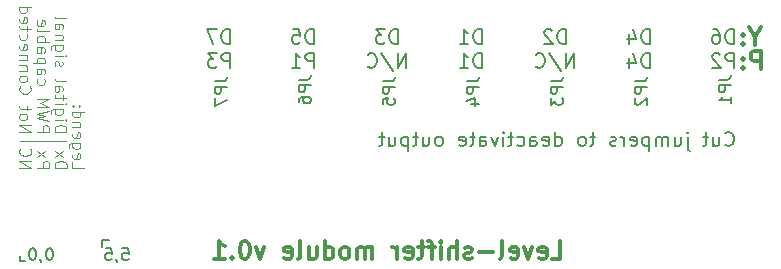
<source format=gbo>
G04 #@! TF.FileFunction,Legend,Bot*
%FSLAX46Y46*%
G04 Gerber Fmt 4.6, Leading zero omitted, Abs format (unit mm)*
G04 Created by KiCad (PCBNEW 4.0.1-stable) date 2016-06-29 05:17:59*
%MOMM*%
G01*
G04 APERTURE LIST*
%ADD10C,0.100000*%
%ADD11C,0.300000*%
%ADD12C,0.200000*%
%ADD13C,0.150000*%
G04 APERTURE END LIST*
D10*
D11*
X45721856Y-28920571D02*
X46436142Y-28920571D01*
X46436142Y-27420571D01*
X44650428Y-28849143D02*
X44793285Y-28920571D01*
X45078999Y-28920571D01*
X45221856Y-28849143D01*
X45293285Y-28706286D01*
X45293285Y-28134857D01*
X45221856Y-27992000D01*
X45078999Y-27920571D01*
X44793285Y-27920571D01*
X44650428Y-27992000D01*
X44578999Y-28134857D01*
X44578999Y-28277714D01*
X45293285Y-28420571D01*
X44078999Y-27920571D02*
X43721856Y-28920571D01*
X43364714Y-27920571D01*
X42221857Y-28849143D02*
X42364714Y-28920571D01*
X42650428Y-28920571D01*
X42793285Y-28849143D01*
X42864714Y-28706286D01*
X42864714Y-28134857D01*
X42793285Y-27992000D01*
X42650428Y-27920571D01*
X42364714Y-27920571D01*
X42221857Y-27992000D01*
X42150428Y-28134857D01*
X42150428Y-28277714D01*
X42864714Y-28420571D01*
X41293285Y-28920571D02*
X41436143Y-28849143D01*
X41507571Y-28706286D01*
X41507571Y-27420571D01*
X40721857Y-28349143D02*
X39579000Y-28349143D01*
X38936143Y-28849143D02*
X38793286Y-28920571D01*
X38507571Y-28920571D01*
X38364714Y-28849143D01*
X38293286Y-28706286D01*
X38293286Y-28634857D01*
X38364714Y-28492000D01*
X38507571Y-28420571D01*
X38721857Y-28420571D01*
X38864714Y-28349143D01*
X38936143Y-28206286D01*
X38936143Y-28134857D01*
X38864714Y-27992000D01*
X38721857Y-27920571D01*
X38507571Y-27920571D01*
X38364714Y-27992000D01*
X37650428Y-28920571D02*
X37650428Y-27420571D01*
X37007571Y-28920571D02*
X37007571Y-28134857D01*
X37079000Y-27992000D01*
X37221857Y-27920571D01*
X37436142Y-27920571D01*
X37579000Y-27992000D01*
X37650428Y-28063429D01*
X36293285Y-28920571D02*
X36293285Y-27920571D01*
X36293285Y-27420571D02*
X36364714Y-27492000D01*
X36293285Y-27563429D01*
X36221857Y-27492000D01*
X36293285Y-27420571D01*
X36293285Y-27563429D01*
X35793285Y-27920571D02*
X35221856Y-27920571D01*
X35578999Y-28920571D02*
X35578999Y-27634857D01*
X35507571Y-27492000D01*
X35364713Y-27420571D01*
X35221856Y-27420571D01*
X34936142Y-27920571D02*
X34364713Y-27920571D01*
X34721856Y-27420571D02*
X34721856Y-28706286D01*
X34650428Y-28849143D01*
X34507570Y-28920571D01*
X34364713Y-28920571D01*
X33293285Y-28849143D02*
X33436142Y-28920571D01*
X33721856Y-28920571D01*
X33864713Y-28849143D01*
X33936142Y-28706286D01*
X33936142Y-28134857D01*
X33864713Y-27992000D01*
X33721856Y-27920571D01*
X33436142Y-27920571D01*
X33293285Y-27992000D01*
X33221856Y-28134857D01*
X33221856Y-28277714D01*
X33936142Y-28420571D01*
X32578999Y-28920571D02*
X32578999Y-27920571D01*
X32578999Y-28206286D02*
X32507571Y-28063429D01*
X32436142Y-27992000D01*
X32293285Y-27920571D01*
X32150428Y-27920571D01*
X30507571Y-28920571D02*
X30507571Y-27920571D01*
X30507571Y-28063429D02*
X30436143Y-27992000D01*
X30293285Y-27920571D01*
X30079000Y-27920571D01*
X29936143Y-27992000D01*
X29864714Y-28134857D01*
X29864714Y-28920571D01*
X29864714Y-28134857D02*
X29793285Y-27992000D01*
X29650428Y-27920571D01*
X29436143Y-27920571D01*
X29293285Y-27992000D01*
X29221857Y-28134857D01*
X29221857Y-28920571D01*
X28293285Y-28920571D02*
X28436143Y-28849143D01*
X28507571Y-28777714D01*
X28579000Y-28634857D01*
X28579000Y-28206286D01*
X28507571Y-28063429D01*
X28436143Y-27992000D01*
X28293285Y-27920571D01*
X28079000Y-27920571D01*
X27936143Y-27992000D01*
X27864714Y-28063429D01*
X27793285Y-28206286D01*
X27793285Y-28634857D01*
X27864714Y-28777714D01*
X27936143Y-28849143D01*
X28079000Y-28920571D01*
X28293285Y-28920571D01*
X26507571Y-28920571D02*
X26507571Y-27420571D01*
X26507571Y-28849143D02*
X26650428Y-28920571D01*
X26936142Y-28920571D01*
X27079000Y-28849143D01*
X27150428Y-28777714D01*
X27221857Y-28634857D01*
X27221857Y-28206286D01*
X27150428Y-28063429D01*
X27079000Y-27992000D01*
X26936142Y-27920571D01*
X26650428Y-27920571D01*
X26507571Y-27992000D01*
X25150428Y-27920571D02*
X25150428Y-28920571D01*
X25793285Y-27920571D02*
X25793285Y-28706286D01*
X25721857Y-28849143D01*
X25578999Y-28920571D01*
X25364714Y-28920571D01*
X25221857Y-28849143D01*
X25150428Y-28777714D01*
X24221856Y-28920571D02*
X24364714Y-28849143D01*
X24436142Y-28706286D01*
X24436142Y-27420571D01*
X23079000Y-28849143D02*
X23221857Y-28920571D01*
X23507571Y-28920571D01*
X23650428Y-28849143D01*
X23721857Y-28706286D01*
X23721857Y-28134857D01*
X23650428Y-27992000D01*
X23507571Y-27920571D01*
X23221857Y-27920571D01*
X23079000Y-27992000D01*
X23007571Y-28134857D01*
X23007571Y-28277714D01*
X23721857Y-28420571D01*
X21364714Y-27920571D02*
X21007571Y-28920571D01*
X20650429Y-27920571D01*
X19793286Y-27420571D02*
X19650429Y-27420571D01*
X19507572Y-27492000D01*
X19436143Y-27563429D01*
X19364714Y-27706286D01*
X19293286Y-27992000D01*
X19293286Y-28349143D01*
X19364714Y-28634857D01*
X19436143Y-28777714D01*
X19507572Y-28849143D01*
X19650429Y-28920571D01*
X19793286Y-28920571D01*
X19936143Y-28849143D01*
X20007572Y-28777714D01*
X20079000Y-28634857D01*
X20150429Y-28349143D01*
X20150429Y-27992000D01*
X20079000Y-27706286D01*
X20007572Y-27563429D01*
X19936143Y-27492000D01*
X19793286Y-27420571D01*
X18650429Y-28777714D02*
X18579001Y-28849143D01*
X18650429Y-28920571D01*
X18721858Y-28849143D01*
X18650429Y-28777714D01*
X18650429Y-28920571D01*
X17150429Y-28920571D02*
X18007572Y-28920571D01*
X17579000Y-28920571D02*
X17579000Y-27420571D01*
X17721857Y-27634857D01*
X17864715Y-27777714D01*
X18007572Y-27849143D01*
D12*
X60408569Y-19272571D02*
X60465712Y-19329714D01*
X60637141Y-19386857D01*
X60751427Y-19386857D01*
X60922855Y-19329714D01*
X61037141Y-19215429D01*
X61094284Y-19101143D01*
X61151427Y-18872571D01*
X61151427Y-18701143D01*
X61094284Y-18472571D01*
X61037141Y-18358286D01*
X60922855Y-18244000D01*
X60751427Y-18186857D01*
X60637141Y-18186857D01*
X60465712Y-18244000D01*
X60408569Y-18301143D01*
X59379998Y-18586857D02*
X59379998Y-19386857D01*
X59894284Y-18586857D02*
X59894284Y-19215429D01*
X59837141Y-19329714D01*
X59722855Y-19386857D01*
X59551427Y-19386857D01*
X59437141Y-19329714D01*
X59379998Y-19272571D01*
X58979998Y-18586857D02*
X58522855Y-18586857D01*
X58808570Y-18186857D02*
X58808570Y-19215429D01*
X58751427Y-19329714D01*
X58637141Y-19386857D01*
X58522855Y-19386857D01*
X57208570Y-18586857D02*
X57208570Y-19615429D01*
X57265713Y-19729714D01*
X57379998Y-19786857D01*
X57437141Y-19786857D01*
X57208570Y-18186857D02*
X57265713Y-18244000D01*
X57208570Y-18301143D01*
X57151427Y-18244000D01*
X57208570Y-18186857D01*
X57208570Y-18301143D01*
X56122855Y-18586857D02*
X56122855Y-19386857D01*
X56637141Y-18586857D02*
X56637141Y-19215429D01*
X56579998Y-19329714D01*
X56465712Y-19386857D01*
X56294284Y-19386857D01*
X56179998Y-19329714D01*
X56122855Y-19272571D01*
X55551427Y-19386857D02*
X55551427Y-18586857D01*
X55551427Y-18701143D02*
X55494284Y-18644000D01*
X55379998Y-18586857D01*
X55208570Y-18586857D01*
X55094284Y-18644000D01*
X55037141Y-18758286D01*
X55037141Y-19386857D01*
X55037141Y-18758286D02*
X54979998Y-18644000D01*
X54865712Y-18586857D01*
X54694284Y-18586857D01*
X54579998Y-18644000D01*
X54522855Y-18758286D01*
X54522855Y-19386857D01*
X53951427Y-18586857D02*
X53951427Y-19786857D01*
X53951427Y-18644000D02*
X53837141Y-18586857D01*
X53608570Y-18586857D01*
X53494284Y-18644000D01*
X53437141Y-18701143D01*
X53379998Y-18815429D01*
X53379998Y-19158286D01*
X53437141Y-19272571D01*
X53494284Y-19329714D01*
X53608570Y-19386857D01*
X53837141Y-19386857D01*
X53951427Y-19329714D01*
X52408570Y-19329714D02*
X52522856Y-19386857D01*
X52751427Y-19386857D01*
X52865713Y-19329714D01*
X52922856Y-19215429D01*
X52922856Y-18758286D01*
X52865713Y-18644000D01*
X52751427Y-18586857D01*
X52522856Y-18586857D01*
X52408570Y-18644000D01*
X52351427Y-18758286D01*
X52351427Y-18872571D01*
X52922856Y-18986857D01*
X51837142Y-19386857D02*
X51837142Y-18586857D01*
X51837142Y-18815429D02*
X51779999Y-18701143D01*
X51722856Y-18644000D01*
X51608570Y-18586857D01*
X51494285Y-18586857D01*
X51151428Y-19329714D02*
X51037142Y-19386857D01*
X50808570Y-19386857D01*
X50694285Y-19329714D01*
X50637142Y-19215429D01*
X50637142Y-19158286D01*
X50694285Y-19044000D01*
X50808570Y-18986857D01*
X50979999Y-18986857D01*
X51094285Y-18929714D01*
X51151428Y-18815429D01*
X51151428Y-18758286D01*
X51094285Y-18644000D01*
X50979999Y-18586857D01*
X50808570Y-18586857D01*
X50694285Y-18644000D01*
X49379998Y-18586857D02*
X48922855Y-18586857D01*
X49208570Y-18186857D02*
X49208570Y-19215429D01*
X49151427Y-19329714D01*
X49037141Y-19386857D01*
X48922855Y-19386857D01*
X48351427Y-19386857D02*
X48465713Y-19329714D01*
X48522856Y-19272571D01*
X48579999Y-19158286D01*
X48579999Y-18815429D01*
X48522856Y-18701143D01*
X48465713Y-18644000D01*
X48351427Y-18586857D01*
X48179999Y-18586857D01*
X48065713Y-18644000D01*
X48008570Y-18701143D01*
X47951427Y-18815429D01*
X47951427Y-19158286D01*
X48008570Y-19272571D01*
X48065713Y-19329714D01*
X48179999Y-19386857D01*
X48351427Y-19386857D01*
X46008570Y-19386857D02*
X46008570Y-18186857D01*
X46008570Y-19329714D02*
X46122856Y-19386857D01*
X46351427Y-19386857D01*
X46465713Y-19329714D01*
X46522856Y-19272571D01*
X46579999Y-19158286D01*
X46579999Y-18815429D01*
X46522856Y-18701143D01*
X46465713Y-18644000D01*
X46351427Y-18586857D01*
X46122856Y-18586857D01*
X46008570Y-18644000D01*
X44979999Y-19329714D02*
X45094285Y-19386857D01*
X45322856Y-19386857D01*
X45437142Y-19329714D01*
X45494285Y-19215429D01*
X45494285Y-18758286D01*
X45437142Y-18644000D01*
X45322856Y-18586857D01*
X45094285Y-18586857D01*
X44979999Y-18644000D01*
X44922856Y-18758286D01*
X44922856Y-18872571D01*
X45494285Y-18986857D01*
X43894285Y-19386857D02*
X43894285Y-18758286D01*
X43951428Y-18644000D01*
X44065714Y-18586857D01*
X44294285Y-18586857D01*
X44408571Y-18644000D01*
X43894285Y-19329714D02*
X44008571Y-19386857D01*
X44294285Y-19386857D01*
X44408571Y-19329714D01*
X44465714Y-19215429D01*
X44465714Y-19101143D01*
X44408571Y-18986857D01*
X44294285Y-18929714D01*
X44008571Y-18929714D01*
X43894285Y-18872571D01*
X42808571Y-19329714D02*
X42922857Y-19386857D01*
X43151428Y-19386857D01*
X43265714Y-19329714D01*
X43322857Y-19272571D01*
X43380000Y-19158286D01*
X43380000Y-18815429D01*
X43322857Y-18701143D01*
X43265714Y-18644000D01*
X43151428Y-18586857D01*
X42922857Y-18586857D01*
X42808571Y-18644000D01*
X42465714Y-18586857D02*
X42008571Y-18586857D01*
X42294286Y-18186857D02*
X42294286Y-19215429D01*
X42237143Y-19329714D01*
X42122857Y-19386857D01*
X42008571Y-19386857D01*
X41608572Y-19386857D02*
X41608572Y-18586857D01*
X41608572Y-18186857D02*
X41665715Y-18244000D01*
X41608572Y-18301143D01*
X41551429Y-18244000D01*
X41608572Y-18186857D01*
X41608572Y-18301143D01*
X41151428Y-18586857D02*
X40865714Y-19386857D01*
X40580000Y-18586857D01*
X39608571Y-19386857D02*
X39608571Y-18758286D01*
X39665714Y-18644000D01*
X39780000Y-18586857D01*
X40008571Y-18586857D01*
X40122857Y-18644000D01*
X39608571Y-19329714D02*
X39722857Y-19386857D01*
X40008571Y-19386857D01*
X40122857Y-19329714D01*
X40180000Y-19215429D01*
X40180000Y-19101143D01*
X40122857Y-18986857D01*
X40008571Y-18929714D01*
X39722857Y-18929714D01*
X39608571Y-18872571D01*
X39208571Y-18586857D02*
X38751428Y-18586857D01*
X39037143Y-18186857D02*
X39037143Y-19215429D01*
X38980000Y-19329714D01*
X38865714Y-19386857D01*
X38751428Y-19386857D01*
X37894286Y-19329714D02*
X38008572Y-19386857D01*
X38237143Y-19386857D01*
X38351429Y-19329714D01*
X38408572Y-19215429D01*
X38408572Y-18758286D01*
X38351429Y-18644000D01*
X38237143Y-18586857D01*
X38008572Y-18586857D01*
X37894286Y-18644000D01*
X37837143Y-18758286D01*
X37837143Y-18872571D01*
X38408572Y-18986857D01*
X36237143Y-19386857D02*
X36351429Y-19329714D01*
X36408572Y-19272571D01*
X36465715Y-19158286D01*
X36465715Y-18815429D01*
X36408572Y-18701143D01*
X36351429Y-18644000D01*
X36237143Y-18586857D01*
X36065715Y-18586857D01*
X35951429Y-18644000D01*
X35894286Y-18701143D01*
X35837143Y-18815429D01*
X35837143Y-19158286D01*
X35894286Y-19272571D01*
X35951429Y-19329714D01*
X36065715Y-19386857D01*
X36237143Y-19386857D01*
X34808572Y-18586857D02*
X34808572Y-19386857D01*
X35322858Y-18586857D02*
X35322858Y-19215429D01*
X35265715Y-19329714D01*
X35151429Y-19386857D01*
X34980001Y-19386857D01*
X34865715Y-19329714D01*
X34808572Y-19272571D01*
X34408572Y-18586857D02*
X33951429Y-18586857D01*
X34237144Y-18186857D02*
X34237144Y-19215429D01*
X34180001Y-19329714D01*
X34065715Y-19386857D01*
X33951429Y-19386857D01*
X33551430Y-18586857D02*
X33551430Y-19786857D01*
X33551430Y-18644000D02*
X33437144Y-18586857D01*
X33208573Y-18586857D01*
X33094287Y-18644000D01*
X33037144Y-18701143D01*
X32980001Y-18815429D01*
X32980001Y-19158286D01*
X33037144Y-19272571D01*
X33094287Y-19329714D01*
X33208573Y-19386857D01*
X33437144Y-19386857D01*
X33551430Y-19329714D01*
X31951430Y-18586857D02*
X31951430Y-19386857D01*
X32465716Y-18586857D02*
X32465716Y-19215429D01*
X32408573Y-19329714D01*
X32294287Y-19386857D01*
X32122859Y-19386857D01*
X32008573Y-19329714D01*
X31951430Y-19272571D01*
X31551430Y-18586857D02*
X31094287Y-18586857D01*
X31380002Y-18186857D02*
X31380002Y-19215429D01*
X31322859Y-19329714D01*
X31208573Y-19386857D01*
X31094287Y-19386857D01*
X7620000Y-27305000D02*
X8255000Y-27305000D01*
X7620000Y-27940000D02*
X7620000Y-27305000D01*
X7620000Y-27305000D02*
X7620000Y-27940000D01*
D10*
X5132619Y-20748714D02*
X5132619Y-21224905D01*
X6132619Y-21224905D01*
X5180238Y-20034428D02*
X5132619Y-20129666D01*
X5132619Y-20320143D01*
X5180238Y-20415381D01*
X5275476Y-20463000D01*
X5656429Y-20463000D01*
X5751667Y-20415381D01*
X5799286Y-20320143D01*
X5799286Y-20129666D01*
X5751667Y-20034428D01*
X5656429Y-19986809D01*
X5561190Y-19986809D01*
X5465952Y-20463000D01*
X5799286Y-19129666D02*
X4989762Y-19129666D01*
X4894524Y-19177285D01*
X4846905Y-19224904D01*
X4799286Y-19320143D01*
X4799286Y-19463000D01*
X4846905Y-19558238D01*
X5180238Y-19129666D02*
X5132619Y-19224904D01*
X5132619Y-19415381D01*
X5180238Y-19510619D01*
X5227857Y-19558238D01*
X5323095Y-19605857D01*
X5608810Y-19605857D01*
X5704048Y-19558238D01*
X5751667Y-19510619D01*
X5799286Y-19415381D01*
X5799286Y-19224904D01*
X5751667Y-19129666D01*
X5180238Y-18272523D02*
X5132619Y-18367761D01*
X5132619Y-18558238D01*
X5180238Y-18653476D01*
X5275476Y-18701095D01*
X5656429Y-18701095D01*
X5751667Y-18653476D01*
X5799286Y-18558238D01*
X5799286Y-18367761D01*
X5751667Y-18272523D01*
X5656429Y-18224904D01*
X5561190Y-18224904D01*
X5465952Y-18701095D01*
X5799286Y-17796333D02*
X5132619Y-17796333D01*
X5704048Y-17796333D02*
X5751667Y-17748714D01*
X5799286Y-17653476D01*
X5799286Y-17510618D01*
X5751667Y-17415380D01*
X5656429Y-17367761D01*
X5132619Y-17367761D01*
X5132619Y-16462999D02*
X6132619Y-16462999D01*
X5180238Y-16462999D02*
X5132619Y-16558237D01*
X5132619Y-16748714D01*
X5180238Y-16843952D01*
X5227857Y-16891571D01*
X5323095Y-16939190D01*
X5608810Y-16939190D01*
X5704048Y-16891571D01*
X5751667Y-16843952D01*
X5799286Y-16748714D01*
X5799286Y-16558237D01*
X5751667Y-16462999D01*
X5227857Y-15986809D02*
X5180238Y-15939190D01*
X5132619Y-15986809D01*
X5180238Y-16034428D01*
X5227857Y-15986809D01*
X5132619Y-15986809D01*
X5751667Y-15986809D02*
X5704048Y-15939190D01*
X5656429Y-15986809D01*
X5704048Y-16034428D01*
X5751667Y-15986809D01*
X5656429Y-15986809D01*
X3632619Y-21224905D02*
X4632619Y-21224905D01*
X4632619Y-20986810D01*
X4585000Y-20843952D01*
X4489762Y-20748714D01*
X4394524Y-20701095D01*
X4204048Y-20653476D01*
X4061190Y-20653476D01*
X3870714Y-20701095D01*
X3775476Y-20748714D01*
X3680238Y-20843952D01*
X3632619Y-20986810D01*
X3632619Y-21224905D01*
X3632619Y-20320143D02*
X4299286Y-19796333D01*
X4299286Y-20320143D02*
X3632619Y-19796333D01*
X2132619Y-21224905D02*
X3132619Y-21224905D01*
X3132619Y-20843952D01*
X3085000Y-20748714D01*
X3037381Y-20701095D01*
X2942143Y-20653476D01*
X2799286Y-20653476D01*
X2704048Y-20701095D01*
X2656429Y-20748714D01*
X2608810Y-20843952D01*
X2608810Y-21224905D01*
X2132619Y-20320143D02*
X2799286Y-19796333D01*
X2799286Y-20320143D02*
X2132619Y-19796333D01*
X632619Y-21224905D02*
X1632619Y-21224905D01*
X632619Y-20653476D01*
X1632619Y-20653476D01*
X727857Y-19605857D02*
X680238Y-19653476D01*
X632619Y-19796333D01*
X632619Y-19891571D01*
X680238Y-20034429D01*
X775476Y-20129667D01*
X870714Y-20177286D01*
X1061190Y-20224905D01*
X1204048Y-20224905D01*
X1394524Y-20177286D01*
X1489762Y-20129667D01*
X1585000Y-20034429D01*
X1632619Y-19891571D01*
X1632619Y-19796333D01*
X1585000Y-19653476D01*
X1537381Y-19605857D01*
D11*
X63404143Y-12870571D02*
X63404143Y-11370571D01*
X62832715Y-11370571D01*
X62689857Y-11442000D01*
X62618429Y-11513429D01*
X62547000Y-11656286D01*
X62547000Y-11870571D01*
X62618429Y-12013429D01*
X62689857Y-12084857D01*
X62832715Y-12156286D01*
X63404143Y-12156286D01*
X61904143Y-12727714D02*
X61832715Y-12799143D01*
X61904143Y-12870571D01*
X61975572Y-12799143D01*
X61904143Y-12727714D01*
X61904143Y-12870571D01*
X61904143Y-11942000D02*
X61832715Y-12013429D01*
X61904143Y-12084857D01*
X61975572Y-12013429D01*
X61904143Y-11942000D01*
X61904143Y-12084857D01*
D10*
X3620619Y-18176905D02*
X4620619Y-18176905D01*
X4620619Y-17938810D01*
X4573000Y-17795952D01*
X4477762Y-17700714D01*
X4382524Y-17653095D01*
X4192048Y-17605476D01*
X4049190Y-17605476D01*
X3858714Y-17653095D01*
X3763476Y-17700714D01*
X3668238Y-17795952D01*
X3620619Y-17938810D01*
X3620619Y-18176905D01*
X3620619Y-17176905D02*
X4287286Y-17176905D01*
X4620619Y-17176905D02*
X4573000Y-17224524D01*
X4525381Y-17176905D01*
X4573000Y-17129286D01*
X4620619Y-17176905D01*
X4525381Y-17176905D01*
X4287286Y-16272143D02*
X3477762Y-16272143D01*
X3382524Y-16319762D01*
X3334905Y-16367381D01*
X3287286Y-16462620D01*
X3287286Y-16605477D01*
X3334905Y-16700715D01*
X3668238Y-16272143D02*
X3620619Y-16367381D01*
X3620619Y-16557858D01*
X3668238Y-16653096D01*
X3715857Y-16700715D01*
X3811095Y-16748334D01*
X4096810Y-16748334D01*
X4192048Y-16700715D01*
X4239667Y-16653096D01*
X4287286Y-16557858D01*
X4287286Y-16367381D01*
X4239667Y-16272143D01*
X3620619Y-15795953D02*
X4287286Y-15795953D01*
X4620619Y-15795953D02*
X4573000Y-15843572D01*
X4525381Y-15795953D01*
X4573000Y-15748334D01*
X4620619Y-15795953D01*
X4525381Y-15795953D01*
X4287286Y-15462620D02*
X4287286Y-15081668D01*
X4620619Y-15319763D02*
X3763476Y-15319763D01*
X3668238Y-15272144D01*
X3620619Y-15176906D01*
X3620619Y-15081668D01*
X3620619Y-14319762D02*
X4144429Y-14319762D01*
X4239667Y-14367381D01*
X4287286Y-14462619D01*
X4287286Y-14653096D01*
X4239667Y-14748334D01*
X3668238Y-14319762D02*
X3620619Y-14415000D01*
X3620619Y-14653096D01*
X3668238Y-14748334D01*
X3763476Y-14795953D01*
X3858714Y-14795953D01*
X3953952Y-14748334D01*
X4001571Y-14653096D01*
X4001571Y-14415000D01*
X4049190Y-14319762D01*
X3620619Y-13700715D02*
X3668238Y-13795953D01*
X3763476Y-13843572D01*
X4620619Y-13843572D01*
X3668238Y-12605476D02*
X3620619Y-12510238D01*
X3620619Y-12319762D01*
X3668238Y-12224523D01*
X3763476Y-12176904D01*
X3811095Y-12176904D01*
X3906333Y-12224523D01*
X3953952Y-12319762D01*
X3953952Y-12462619D01*
X4001571Y-12557857D01*
X4096810Y-12605476D01*
X4144429Y-12605476D01*
X4239667Y-12557857D01*
X4287286Y-12462619D01*
X4287286Y-12319762D01*
X4239667Y-12224523D01*
X3620619Y-11748333D02*
X4287286Y-11748333D01*
X4620619Y-11748333D02*
X4573000Y-11795952D01*
X4525381Y-11748333D01*
X4573000Y-11700714D01*
X4620619Y-11748333D01*
X4525381Y-11748333D01*
X4287286Y-10843571D02*
X3477762Y-10843571D01*
X3382524Y-10891190D01*
X3334905Y-10938809D01*
X3287286Y-11034048D01*
X3287286Y-11176905D01*
X3334905Y-11272143D01*
X3668238Y-10843571D02*
X3620619Y-10938809D01*
X3620619Y-11129286D01*
X3668238Y-11224524D01*
X3715857Y-11272143D01*
X3811095Y-11319762D01*
X4096810Y-11319762D01*
X4192048Y-11272143D01*
X4239667Y-11224524D01*
X4287286Y-11129286D01*
X4287286Y-10938809D01*
X4239667Y-10843571D01*
X4287286Y-10367381D02*
X3620619Y-10367381D01*
X4192048Y-10367381D02*
X4239667Y-10319762D01*
X4287286Y-10224524D01*
X4287286Y-10081666D01*
X4239667Y-9986428D01*
X4144429Y-9938809D01*
X3620619Y-9938809D01*
X3620619Y-9034047D02*
X4144429Y-9034047D01*
X4239667Y-9081666D01*
X4287286Y-9176904D01*
X4287286Y-9367381D01*
X4239667Y-9462619D01*
X3668238Y-9034047D02*
X3620619Y-9129285D01*
X3620619Y-9367381D01*
X3668238Y-9462619D01*
X3763476Y-9510238D01*
X3858714Y-9510238D01*
X3953952Y-9462619D01*
X4001571Y-9367381D01*
X4001571Y-9129285D01*
X4049190Y-9034047D01*
X3620619Y-8415000D02*
X3668238Y-8510238D01*
X3763476Y-8557857D01*
X4620619Y-8557857D01*
X2120619Y-18176905D02*
X3120619Y-18176905D01*
X3120619Y-17795952D01*
X3073000Y-17700714D01*
X3025381Y-17653095D01*
X2930143Y-17605476D01*
X2787286Y-17605476D01*
X2692048Y-17653095D01*
X2644429Y-17700714D01*
X2596810Y-17795952D01*
X2596810Y-18176905D01*
X3120619Y-17272143D02*
X2120619Y-17034048D01*
X2834905Y-16843571D01*
X2120619Y-16653095D01*
X3120619Y-16415000D01*
X2120619Y-16034048D02*
X3120619Y-16034048D01*
X2406333Y-15700714D01*
X3120619Y-15367381D01*
X2120619Y-15367381D01*
X2168238Y-13700714D02*
X2120619Y-13795952D01*
X2120619Y-13986429D01*
X2168238Y-14081667D01*
X2215857Y-14129286D01*
X2311095Y-14176905D01*
X2596810Y-14176905D01*
X2692048Y-14129286D01*
X2739667Y-14081667D01*
X2787286Y-13986429D01*
X2787286Y-13795952D01*
X2739667Y-13700714D01*
X2120619Y-12843571D02*
X2644429Y-12843571D01*
X2739667Y-12891190D01*
X2787286Y-12986428D01*
X2787286Y-13176905D01*
X2739667Y-13272143D01*
X2168238Y-12843571D02*
X2120619Y-12938809D01*
X2120619Y-13176905D01*
X2168238Y-13272143D01*
X2263476Y-13319762D01*
X2358714Y-13319762D01*
X2453952Y-13272143D01*
X2501571Y-13176905D01*
X2501571Y-12938809D01*
X2549190Y-12843571D01*
X2787286Y-12367381D02*
X1787286Y-12367381D01*
X2739667Y-12367381D02*
X2787286Y-12272143D01*
X2787286Y-12081666D01*
X2739667Y-11986428D01*
X2692048Y-11938809D01*
X2596810Y-11891190D01*
X2311095Y-11891190D01*
X2215857Y-11938809D01*
X2168238Y-11986428D01*
X2120619Y-12081666D01*
X2120619Y-12272143D01*
X2168238Y-12367381D01*
X2120619Y-11034047D02*
X2644429Y-11034047D01*
X2739667Y-11081666D01*
X2787286Y-11176904D01*
X2787286Y-11367381D01*
X2739667Y-11462619D01*
X2168238Y-11034047D02*
X2120619Y-11129285D01*
X2120619Y-11367381D01*
X2168238Y-11462619D01*
X2263476Y-11510238D01*
X2358714Y-11510238D01*
X2453952Y-11462619D01*
X2501571Y-11367381D01*
X2501571Y-11129285D01*
X2549190Y-11034047D01*
X2120619Y-10557857D02*
X3120619Y-10557857D01*
X2739667Y-10557857D02*
X2787286Y-10462619D01*
X2787286Y-10272142D01*
X2739667Y-10176904D01*
X2692048Y-10129285D01*
X2596810Y-10081666D01*
X2311095Y-10081666D01*
X2215857Y-10129285D01*
X2168238Y-10176904D01*
X2120619Y-10272142D01*
X2120619Y-10462619D01*
X2168238Y-10557857D01*
X2120619Y-9510238D02*
X2168238Y-9605476D01*
X2263476Y-9653095D01*
X3120619Y-9653095D01*
X2168238Y-8748332D02*
X2120619Y-8843570D01*
X2120619Y-9034047D01*
X2168238Y-9129285D01*
X2263476Y-9176904D01*
X2644429Y-9176904D01*
X2739667Y-9129285D01*
X2787286Y-9034047D01*
X2787286Y-8843570D01*
X2739667Y-8748332D01*
X2644429Y-8700713D01*
X2549190Y-8700713D01*
X2453952Y-9176904D01*
X620619Y-18176905D02*
X1620619Y-18176905D01*
X620619Y-17605476D01*
X1620619Y-17605476D01*
X620619Y-16986429D02*
X668238Y-17081667D01*
X715857Y-17129286D01*
X811095Y-17176905D01*
X1096810Y-17176905D01*
X1192048Y-17129286D01*
X1239667Y-17081667D01*
X1287286Y-16986429D01*
X1287286Y-16843571D01*
X1239667Y-16748333D01*
X1192048Y-16700714D01*
X1096810Y-16653095D01*
X811095Y-16653095D01*
X715857Y-16700714D01*
X668238Y-16748333D01*
X620619Y-16843571D01*
X620619Y-16986429D01*
X1287286Y-16367381D02*
X1287286Y-15986429D01*
X1620619Y-16224524D02*
X763476Y-16224524D01*
X668238Y-16176905D01*
X620619Y-16081667D01*
X620619Y-15986429D01*
X715857Y-14319761D02*
X668238Y-14367380D01*
X620619Y-14510237D01*
X620619Y-14605475D01*
X668238Y-14748333D01*
X763476Y-14843571D01*
X858714Y-14891190D01*
X1049190Y-14938809D01*
X1192048Y-14938809D01*
X1382524Y-14891190D01*
X1477762Y-14843571D01*
X1573000Y-14748333D01*
X1620619Y-14605475D01*
X1620619Y-14510237D01*
X1573000Y-14367380D01*
X1525381Y-14319761D01*
X620619Y-13748333D02*
X668238Y-13843571D01*
X715857Y-13891190D01*
X811095Y-13938809D01*
X1096810Y-13938809D01*
X1192048Y-13891190D01*
X1239667Y-13843571D01*
X1287286Y-13748333D01*
X1287286Y-13605475D01*
X1239667Y-13510237D01*
X1192048Y-13462618D01*
X1096810Y-13414999D01*
X811095Y-13414999D01*
X715857Y-13462618D01*
X668238Y-13510237D01*
X620619Y-13605475D01*
X620619Y-13748333D01*
X1287286Y-12986428D02*
X620619Y-12986428D01*
X1192048Y-12986428D02*
X1239667Y-12938809D01*
X1287286Y-12843571D01*
X1287286Y-12700713D01*
X1239667Y-12605475D01*
X1144429Y-12557856D01*
X620619Y-12557856D01*
X1287286Y-12081666D02*
X620619Y-12081666D01*
X1192048Y-12081666D02*
X1239667Y-12034047D01*
X1287286Y-11938809D01*
X1287286Y-11795951D01*
X1239667Y-11700713D01*
X1144429Y-11653094D01*
X620619Y-11653094D01*
X668238Y-10795951D02*
X620619Y-10891189D01*
X620619Y-11081666D01*
X668238Y-11176904D01*
X763476Y-11224523D01*
X1144429Y-11224523D01*
X1239667Y-11176904D01*
X1287286Y-11081666D01*
X1287286Y-10891189D01*
X1239667Y-10795951D01*
X1144429Y-10748332D01*
X1049190Y-10748332D01*
X953952Y-11224523D01*
X668238Y-9891189D02*
X620619Y-9986427D01*
X620619Y-10176904D01*
X668238Y-10272142D01*
X715857Y-10319761D01*
X811095Y-10367380D01*
X1096810Y-10367380D01*
X1192048Y-10319761D01*
X1239667Y-10272142D01*
X1287286Y-10176904D01*
X1287286Y-9986427D01*
X1239667Y-9891189D01*
X1287286Y-9605475D02*
X1287286Y-9224523D01*
X1620619Y-9462618D02*
X763476Y-9462618D01*
X668238Y-9414999D01*
X620619Y-9319761D01*
X620619Y-9224523D01*
X668238Y-8510236D02*
X620619Y-8605474D01*
X620619Y-8795951D01*
X668238Y-8891189D01*
X763476Y-8938808D01*
X1144429Y-8938808D01*
X1239667Y-8891189D01*
X1287286Y-8795951D01*
X1287286Y-8605474D01*
X1239667Y-8510236D01*
X1144429Y-8462617D01*
X1049190Y-8462617D01*
X953952Y-8938808D01*
X620619Y-7605474D02*
X1620619Y-7605474D01*
X668238Y-7605474D02*
X620619Y-7700712D01*
X620619Y-7891189D01*
X668238Y-7986427D01*
X715857Y-8034046D01*
X811095Y-8081665D01*
X1096810Y-8081665D01*
X1192048Y-8034046D01*
X1239667Y-7986427D01*
X1287286Y-7891189D01*
X1287286Y-7700712D01*
X1239667Y-7605474D01*
X660400Y-18923000D02*
X4546600Y-18923000D01*
D12*
X18427214Y-12734857D02*
X18427214Y-11534857D01*
X17970071Y-11534857D01*
X17855785Y-11592000D01*
X17798642Y-11649143D01*
X17741499Y-11763429D01*
X17741499Y-11934857D01*
X17798642Y-12049143D01*
X17855785Y-12106286D01*
X17970071Y-12163429D01*
X18427214Y-12163429D01*
X17341499Y-11534857D02*
X16598642Y-11534857D01*
X16998642Y-11992000D01*
X16827214Y-11992000D01*
X16712928Y-12049143D01*
X16655785Y-12106286D01*
X16598642Y-12220571D01*
X16598642Y-12506286D01*
X16655785Y-12620571D01*
X16712928Y-12677714D01*
X16827214Y-12734857D01*
X17170071Y-12734857D01*
X17284357Y-12677714D01*
X17341499Y-12620571D01*
X61099214Y-12734857D02*
X61099214Y-11534857D01*
X60642071Y-11534857D01*
X60527785Y-11592000D01*
X60470642Y-11649143D01*
X60413499Y-11763429D01*
X60413499Y-11934857D01*
X60470642Y-12049143D01*
X60527785Y-12106286D01*
X60642071Y-12163429D01*
X61099214Y-12163429D01*
X59956357Y-11649143D02*
X59899214Y-11592000D01*
X59784928Y-11534857D01*
X59499214Y-11534857D01*
X59384928Y-11592000D01*
X59327785Y-11649143D01*
X59270642Y-11763429D01*
X59270642Y-11877714D01*
X59327785Y-12049143D01*
X60013499Y-12734857D01*
X59270642Y-12734857D01*
X25539214Y-12734857D02*
X25539214Y-11534857D01*
X25082071Y-11534857D01*
X24967785Y-11592000D01*
X24910642Y-11649143D01*
X24853499Y-11763429D01*
X24853499Y-11934857D01*
X24910642Y-12049143D01*
X24967785Y-12106286D01*
X25082071Y-12163429D01*
X25539214Y-12163429D01*
X23710642Y-12734857D02*
X24396357Y-12734857D01*
X24053499Y-12734857D02*
X24053499Y-11534857D01*
X24167785Y-11706286D01*
X24282071Y-11820571D01*
X24396357Y-11877714D01*
X33336929Y-12734857D02*
X33336929Y-11534857D01*
X32651214Y-12734857D01*
X32651214Y-11534857D01*
X31222643Y-11477714D02*
X32251214Y-13020571D01*
X30136928Y-12620571D02*
X30194071Y-12677714D01*
X30365500Y-12734857D01*
X30479786Y-12734857D01*
X30651214Y-12677714D01*
X30765500Y-12563429D01*
X30822643Y-12449143D01*
X30879786Y-12220571D01*
X30879786Y-12049143D01*
X30822643Y-11820571D01*
X30765500Y-11706286D01*
X30651214Y-11592000D01*
X30479786Y-11534857D01*
X30365500Y-11534857D01*
X30194071Y-11592000D01*
X30136928Y-11649143D01*
X47560929Y-12734857D02*
X47560929Y-11534857D01*
X46875214Y-12734857D01*
X46875214Y-11534857D01*
X45446643Y-11477714D02*
X46475214Y-13020571D01*
X44360928Y-12620571D02*
X44418071Y-12677714D01*
X44589500Y-12734857D01*
X44703786Y-12734857D01*
X44875214Y-12677714D01*
X44989500Y-12563429D01*
X45046643Y-12449143D01*
X45103786Y-12220571D01*
X45103786Y-12049143D01*
X45046643Y-11820571D01*
X44989500Y-11706286D01*
X44875214Y-11592000D01*
X44703786Y-11534857D01*
X44589500Y-11534857D01*
X44418071Y-11592000D01*
X44360928Y-11649143D01*
X53987214Y-12734857D02*
X53987214Y-11534857D01*
X53701499Y-11534857D01*
X53530071Y-11592000D01*
X53415785Y-11706286D01*
X53358642Y-11820571D01*
X53301499Y-12049143D01*
X53301499Y-12220571D01*
X53358642Y-12449143D01*
X53415785Y-12563429D01*
X53530071Y-12677714D01*
X53701499Y-12734857D01*
X53987214Y-12734857D01*
X52272928Y-11934857D02*
X52272928Y-12734857D01*
X52558642Y-11477714D02*
X52844357Y-12334857D01*
X52101499Y-12334857D01*
X39763214Y-10702857D02*
X39763214Y-9502857D01*
X39477499Y-9502857D01*
X39306071Y-9560000D01*
X39191785Y-9674286D01*
X39134642Y-9788571D01*
X39077499Y-10017143D01*
X39077499Y-10188571D01*
X39134642Y-10417143D01*
X39191785Y-10531429D01*
X39306071Y-10645714D01*
X39477499Y-10702857D01*
X39763214Y-10702857D01*
X37934642Y-10702857D02*
X38620357Y-10702857D01*
X38277499Y-10702857D02*
X38277499Y-9502857D01*
X38391785Y-9674286D01*
X38506071Y-9788571D01*
X38620357Y-9845714D01*
X32651214Y-10702857D02*
X32651214Y-9502857D01*
X32365499Y-9502857D01*
X32194071Y-9560000D01*
X32079785Y-9674286D01*
X32022642Y-9788571D01*
X31965499Y-10017143D01*
X31965499Y-10188571D01*
X32022642Y-10417143D01*
X32079785Y-10531429D01*
X32194071Y-10645714D01*
X32365499Y-10702857D01*
X32651214Y-10702857D01*
X31565499Y-9502857D02*
X30822642Y-9502857D01*
X31222642Y-9960000D01*
X31051214Y-9960000D01*
X30936928Y-10017143D01*
X30879785Y-10074286D01*
X30822642Y-10188571D01*
X30822642Y-10474286D01*
X30879785Y-10588571D01*
X30936928Y-10645714D01*
X31051214Y-10702857D01*
X31394071Y-10702857D01*
X31508357Y-10645714D01*
X31565499Y-10588571D01*
X39763214Y-12734857D02*
X39763214Y-11534857D01*
X39477499Y-11534857D01*
X39306071Y-11592000D01*
X39191785Y-11706286D01*
X39134642Y-11820571D01*
X39077499Y-12049143D01*
X39077499Y-12220571D01*
X39134642Y-12449143D01*
X39191785Y-12563429D01*
X39306071Y-12677714D01*
X39477499Y-12734857D01*
X39763214Y-12734857D01*
X37934642Y-12734857D02*
X38620357Y-12734857D01*
X38277499Y-12734857D02*
X38277499Y-11534857D01*
X38391785Y-11706286D01*
X38506071Y-11820571D01*
X38620357Y-11877714D01*
X46875214Y-10702857D02*
X46875214Y-9502857D01*
X46589499Y-9502857D01*
X46418071Y-9560000D01*
X46303785Y-9674286D01*
X46246642Y-9788571D01*
X46189499Y-10017143D01*
X46189499Y-10188571D01*
X46246642Y-10417143D01*
X46303785Y-10531429D01*
X46418071Y-10645714D01*
X46589499Y-10702857D01*
X46875214Y-10702857D01*
X45732357Y-9617143D02*
X45675214Y-9560000D01*
X45560928Y-9502857D01*
X45275214Y-9502857D01*
X45160928Y-9560000D01*
X45103785Y-9617143D01*
X45046642Y-9731429D01*
X45046642Y-9845714D01*
X45103785Y-10017143D01*
X45789499Y-10702857D01*
X45046642Y-10702857D01*
X53987214Y-10702857D02*
X53987214Y-9502857D01*
X53701499Y-9502857D01*
X53530071Y-9560000D01*
X53415785Y-9674286D01*
X53358642Y-9788571D01*
X53301499Y-10017143D01*
X53301499Y-10188571D01*
X53358642Y-10417143D01*
X53415785Y-10531429D01*
X53530071Y-10645714D01*
X53701499Y-10702857D01*
X53987214Y-10702857D01*
X52272928Y-9902857D02*
X52272928Y-10702857D01*
X52558642Y-9445714D02*
X52844357Y-10302857D01*
X52101499Y-10302857D01*
X61099214Y-10702857D02*
X61099214Y-9502857D01*
X60813499Y-9502857D01*
X60642071Y-9560000D01*
X60527785Y-9674286D01*
X60470642Y-9788571D01*
X60413499Y-10017143D01*
X60413499Y-10188571D01*
X60470642Y-10417143D01*
X60527785Y-10531429D01*
X60642071Y-10645714D01*
X60813499Y-10702857D01*
X61099214Y-10702857D01*
X59384928Y-9502857D02*
X59613499Y-9502857D01*
X59727785Y-9560000D01*
X59784928Y-9617143D01*
X59899214Y-9788571D01*
X59956357Y-10017143D01*
X59956357Y-10474286D01*
X59899214Y-10588571D01*
X59842071Y-10645714D01*
X59727785Y-10702857D01*
X59499214Y-10702857D01*
X59384928Y-10645714D01*
X59327785Y-10588571D01*
X59270642Y-10474286D01*
X59270642Y-10188571D01*
X59327785Y-10074286D01*
X59384928Y-10017143D01*
X59499214Y-9960000D01*
X59727785Y-9960000D01*
X59842071Y-10017143D01*
X59899214Y-10074286D01*
X59956357Y-10188571D01*
X25539214Y-10702857D02*
X25539214Y-9502857D01*
X25253499Y-9502857D01*
X25082071Y-9560000D01*
X24967785Y-9674286D01*
X24910642Y-9788571D01*
X24853499Y-10017143D01*
X24853499Y-10188571D01*
X24910642Y-10417143D01*
X24967785Y-10531429D01*
X25082071Y-10645714D01*
X25253499Y-10702857D01*
X25539214Y-10702857D01*
X23767785Y-9502857D02*
X24339214Y-9502857D01*
X24396357Y-10074286D01*
X24339214Y-10017143D01*
X24224928Y-9960000D01*
X23939214Y-9960000D01*
X23824928Y-10017143D01*
X23767785Y-10074286D01*
X23710642Y-10188571D01*
X23710642Y-10474286D01*
X23767785Y-10588571D01*
X23824928Y-10645714D01*
X23939214Y-10702857D01*
X24224928Y-10702857D01*
X24339214Y-10645714D01*
X24396357Y-10588571D01*
X18427214Y-10702857D02*
X18427214Y-9502857D01*
X18141499Y-9502857D01*
X17970071Y-9560000D01*
X17855785Y-9674286D01*
X17798642Y-9788571D01*
X17741499Y-10017143D01*
X17741499Y-10188571D01*
X17798642Y-10417143D01*
X17855785Y-10531429D01*
X17970071Y-10645714D01*
X18141499Y-10702857D01*
X18427214Y-10702857D01*
X17341499Y-9502857D02*
X16541499Y-9502857D01*
X17055785Y-10702857D01*
D11*
X62904143Y-10124286D02*
X62904143Y-10838571D01*
X63404143Y-9338571D02*
X62904143Y-10124286D01*
X62404143Y-9338571D01*
X61904143Y-10695714D02*
X61832715Y-10767143D01*
X61904143Y-10838571D01*
X61975572Y-10767143D01*
X61904143Y-10695714D01*
X61904143Y-10838571D01*
X61904143Y-9910000D02*
X61832715Y-9981429D01*
X61904143Y-10052857D01*
X61975572Y-9981429D01*
X61904143Y-9910000D01*
X61904143Y-10052857D01*
D13*
X3222381Y-28027381D02*
X3127142Y-28027381D01*
X3031904Y-28075000D01*
X2984285Y-28122619D01*
X2936666Y-28217857D01*
X2889047Y-28408333D01*
X2889047Y-28646429D01*
X2936666Y-28836905D01*
X2984285Y-28932143D01*
X3031904Y-28979762D01*
X3127142Y-29027381D01*
X3222381Y-29027381D01*
X3317619Y-28979762D01*
X3365238Y-28932143D01*
X3412857Y-28836905D01*
X3460476Y-28646429D01*
X3460476Y-28408333D01*
X3412857Y-28217857D01*
X3365238Y-28122619D01*
X3317619Y-28075000D01*
X3222381Y-28027381D01*
X2412857Y-28979762D02*
X2412857Y-29027381D01*
X2460476Y-29122619D01*
X2508095Y-29170238D01*
X1793810Y-28027381D02*
X1698571Y-28027381D01*
X1603333Y-28075000D01*
X1555714Y-28122619D01*
X1508095Y-28217857D01*
X1460476Y-28408333D01*
X1460476Y-28646429D01*
X1508095Y-28836905D01*
X1555714Y-28932143D01*
X1603333Y-28979762D01*
X1698571Y-29027381D01*
X1793810Y-29027381D01*
X1889048Y-28979762D01*
X1936667Y-28932143D01*
X1984286Y-28836905D01*
X2031905Y-28646429D01*
X2031905Y-28408333D01*
X1984286Y-28217857D01*
X1936667Y-28122619D01*
X1889048Y-28075000D01*
X1793810Y-28027381D01*
D12*
X698500Y-29141500D02*
X1143000Y-29141500D01*
X698500Y-28887500D02*
X698500Y-28697000D01*
X698500Y-29141500D02*
X698500Y-28887500D01*
D13*
X9366190Y-28027381D02*
X9842381Y-28027381D01*
X9890000Y-28503571D01*
X9842381Y-28455952D01*
X9747143Y-28408333D01*
X9509047Y-28408333D01*
X9413809Y-28455952D01*
X9366190Y-28503571D01*
X9318571Y-28598810D01*
X9318571Y-28836905D01*
X9366190Y-28932143D01*
X9413809Y-28979762D01*
X9509047Y-29027381D01*
X9747143Y-29027381D01*
X9842381Y-28979762D01*
X9890000Y-28932143D01*
X8842381Y-28979762D02*
X8842381Y-29027381D01*
X8890000Y-29122619D01*
X8937619Y-29170238D01*
X7937619Y-28027381D02*
X8413810Y-28027381D01*
X8461429Y-28503571D01*
X8413810Y-28455952D01*
X8318572Y-28408333D01*
X8080476Y-28408333D01*
X7985238Y-28455952D01*
X7937619Y-28503571D01*
X7890000Y-28598810D01*
X7890000Y-28836905D01*
X7937619Y-28932143D01*
X7985238Y-28979762D01*
X8080476Y-29027381D01*
X8318572Y-29027381D01*
X8413810Y-28979762D01*
X8461429Y-28932143D01*
X59856381Y-13771667D02*
X60570667Y-13771667D01*
X60713524Y-13724047D01*
X60808762Y-13628809D01*
X60856381Y-13485952D01*
X60856381Y-13390714D01*
X60856381Y-14247857D02*
X59856381Y-14247857D01*
X59856381Y-14628810D01*
X59904000Y-14724048D01*
X59951619Y-14771667D01*
X60046857Y-14819286D01*
X60189714Y-14819286D01*
X60284952Y-14771667D01*
X60332571Y-14724048D01*
X60380190Y-14628810D01*
X60380190Y-14247857D01*
X60856381Y-15771667D02*
X60856381Y-15200238D01*
X60856381Y-15485952D02*
X59856381Y-15485952D01*
X59999238Y-15390714D01*
X60094476Y-15295476D01*
X60142095Y-15200238D01*
X45632381Y-13898667D02*
X46346667Y-13898667D01*
X46489524Y-13851047D01*
X46584762Y-13755809D01*
X46632381Y-13612952D01*
X46632381Y-13517714D01*
X46632381Y-14374857D02*
X45632381Y-14374857D01*
X45632381Y-14755810D01*
X45680000Y-14851048D01*
X45727619Y-14898667D01*
X45822857Y-14946286D01*
X45965714Y-14946286D01*
X46060952Y-14898667D01*
X46108571Y-14851048D01*
X46156190Y-14755810D01*
X46156190Y-14374857D01*
X45632381Y-15279619D02*
X45632381Y-15898667D01*
X46013333Y-15565333D01*
X46013333Y-15708191D01*
X46060952Y-15803429D01*
X46108571Y-15851048D01*
X46203810Y-15898667D01*
X46441905Y-15898667D01*
X46537143Y-15851048D01*
X46584762Y-15803429D01*
X46632381Y-15708191D01*
X46632381Y-15422476D01*
X46584762Y-15327238D01*
X46537143Y-15279619D01*
X38520381Y-13898667D02*
X39234667Y-13898667D01*
X39377524Y-13851047D01*
X39472762Y-13755809D01*
X39520381Y-13612952D01*
X39520381Y-13517714D01*
X39520381Y-14374857D02*
X38520381Y-14374857D01*
X38520381Y-14755810D01*
X38568000Y-14851048D01*
X38615619Y-14898667D01*
X38710857Y-14946286D01*
X38853714Y-14946286D01*
X38948952Y-14898667D01*
X38996571Y-14851048D01*
X39044190Y-14755810D01*
X39044190Y-14374857D01*
X38853714Y-15803429D02*
X39520381Y-15803429D01*
X38472762Y-15565333D02*
X39187048Y-15327238D01*
X39187048Y-15946286D01*
X31408381Y-13898667D02*
X32122667Y-13898667D01*
X32265524Y-13851047D01*
X32360762Y-13755809D01*
X32408381Y-13612952D01*
X32408381Y-13517714D01*
X32408381Y-14374857D02*
X31408381Y-14374857D01*
X31408381Y-14755810D01*
X31456000Y-14851048D01*
X31503619Y-14898667D01*
X31598857Y-14946286D01*
X31741714Y-14946286D01*
X31836952Y-14898667D01*
X31884571Y-14851048D01*
X31932190Y-14755810D01*
X31932190Y-14374857D01*
X31408381Y-15851048D02*
X31408381Y-15374857D01*
X31884571Y-15327238D01*
X31836952Y-15374857D01*
X31789333Y-15470095D01*
X31789333Y-15708191D01*
X31836952Y-15803429D01*
X31884571Y-15851048D01*
X31979810Y-15898667D01*
X32217905Y-15898667D01*
X32313143Y-15851048D01*
X32360762Y-15803429D01*
X32408381Y-15708191D01*
X32408381Y-15470095D01*
X32360762Y-15374857D01*
X32313143Y-15327238D01*
X24296381Y-13771667D02*
X25010667Y-13771667D01*
X25153524Y-13724047D01*
X25248762Y-13628809D01*
X25296381Y-13485952D01*
X25296381Y-13390714D01*
X25296381Y-14247857D02*
X24296381Y-14247857D01*
X24296381Y-14628810D01*
X24344000Y-14724048D01*
X24391619Y-14771667D01*
X24486857Y-14819286D01*
X24629714Y-14819286D01*
X24724952Y-14771667D01*
X24772571Y-14724048D01*
X24820190Y-14628810D01*
X24820190Y-14247857D01*
X24296381Y-15676429D02*
X24296381Y-15485952D01*
X24344000Y-15390714D01*
X24391619Y-15343095D01*
X24534476Y-15247857D01*
X24724952Y-15200238D01*
X25105905Y-15200238D01*
X25201143Y-15247857D01*
X25248762Y-15295476D01*
X25296381Y-15390714D01*
X25296381Y-15581191D01*
X25248762Y-15676429D01*
X25201143Y-15724048D01*
X25105905Y-15771667D01*
X24867810Y-15771667D01*
X24772571Y-15724048D01*
X24724952Y-15676429D01*
X24677333Y-15581191D01*
X24677333Y-15390714D01*
X24724952Y-15295476D01*
X24772571Y-15247857D01*
X24867810Y-15200238D01*
X17184381Y-13898667D02*
X17898667Y-13898667D01*
X18041524Y-13851047D01*
X18136762Y-13755809D01*
X18184381Y-13612952D01*
X18184381Y-13517714D01*
X18184381Y-14374857D02*
X17184381Y-14374857D01*
X17184381Y-14755810D01*
X17232000Y-14851048D01*
X17279619Y-14898667D01*
X17374857Y-14946286D01*
X17517714Y-14946286D01*
X17612952Y-14898667D01*
X17660571Y-14851048D01*
X17708190Y-14755810D01*
X17708190Y-14374857D01*
X17184381Y-15279619D02*
X17184381Y-15946286D01*
X18184381Y-15517714D01*
X52744381Y-13898667D02*
X53458667Y-13898667D01*
X53601524Y-13851047D01*
X53696762Y-13755809D01*
X53744381Y-13612952D01*
X53744381Y-13517714D01*
X53744381Y-14374857D02*
X52744381Y-14374857D01*
X52744381Y-14755810D01*
X52792000Y-14851048D01*
X52839619Y-14898667D01*
X52934857Y-14946286D01*
X53077714Y-14946286D01*
X53172952Y-14898667D01*
X53220571Y-14851048D01*
X53268190Y-14755810D01*
X53268190Y-14374857D01*
X52839619Y-15327238D02*
X52792000Y-15374857D01*
X52744381Y-15470095D01*
X52744381Y-15708191D01*
X52792000Y-15803429D01*
X52839619Y-15851048D01*
X52934857Y-15898667D01*
X53030095Y-15898667D01*
X53172952Y-15851048D01*
X53744381Y-15279619D01*
X53744381Y-15898667D01*
M02*

</source>
